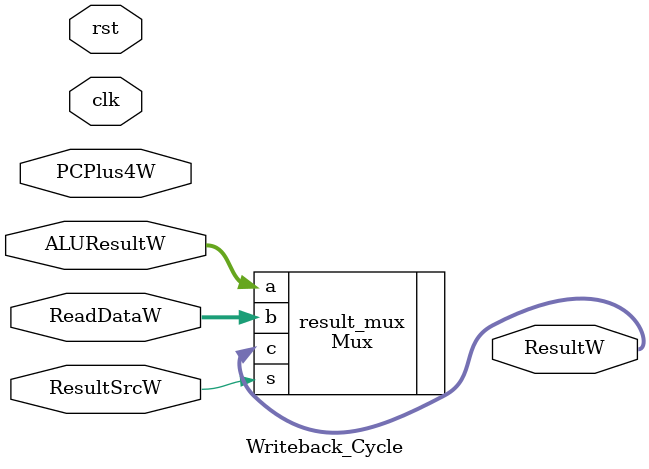
<source format=v>
module Writeback_Cycle(
    clk, rst, ReadDataW, ResultSrcW, ALUResultW, 
    PCPlus4W, ResultW
);

input clk, rst, ResultSrcW;
input [255:0] PCPlus4W, ALUResultW, ReadDataW;

output [255:0] ResultW;

Mux result_mux(    
.a(ALUResultW),
.b(ReadDataW),
.s(ResultSrcW),
.c(ResultW)
);

endmodule

</source>
